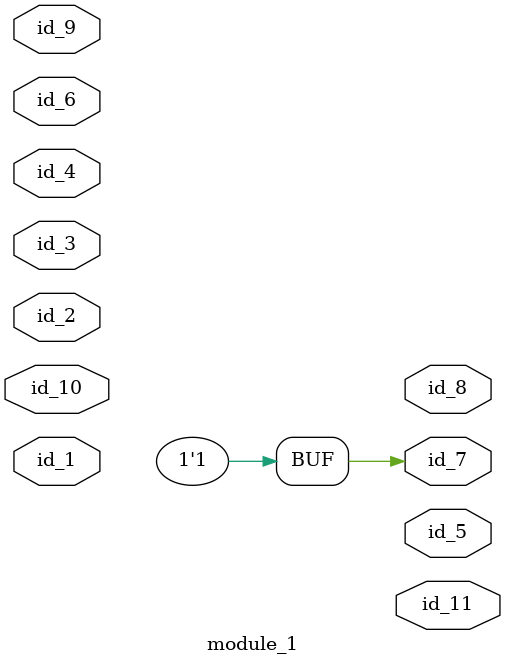
<source format=v>
module module_0;
  assign id_1 = 1;
  localparam id_2 = 1;
  assign id_1 = id_2;
  assign id_1 = 1'b0;
  always id_1 = id_2;
  integer id_3 = 1 || -1;
endmodule
module module_1 (
    id_1,
    id_2,
    id_3,
    id_4,
    id_5,
    id_6,
    id_7,
    id_8,
    id_9,
    id_10,
    id_11
);
  output wire id_11;
  input wire id_10;
  input wire id_9;
  output wire id_8;
  output wire id_7;
  inout wire id_6;
  output wire id_5;
  input wire id_4;
  input wire id_3;
  inout wire id_2;
  inout wire id_1;
  parameter id_12 = 1;
  wire id_13;
  module_0 modCall_1 ();
  wire id_14;
  assign id_7 = 1;
endmodule

</source>
